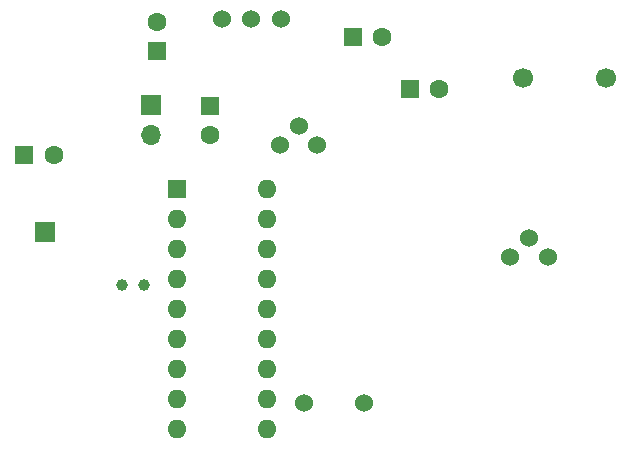
<source format=gbr>
%TF.GenerationSoftware,KiCad,Pcbnew,6.0.7+dfsg-1build1*%
%TF.CreationDate,2022-11-20T16:40:00+09:00*%
%TF.ProjectId,FM_Transciver,464d5f54-7261-46e7-9363-697665722e6b,rev?*%
%TF.SameCoordinates,Original*%
%TF.FileFunction,Soldermask,Bot*%
%TF.FilePolarity,Negative*%
%FSLAX46Y46*%
G04 Gerber Fmt 4.6, Leading zero omitted, Abs format (unit mm)*
G04 Created by KiCad (PCBNEW 6.0.7+dfsg-1build1) date 2022-11-20 16:40:00*
%MOMM*%
%LPD*%
G01*
G04 APERTURE LIST*
%ADD10C,1.524000*%
%ADD11R,1.600000X1.600000*%
%ADD12C,1.600000*%
%ADD13O,1.600000X1.600000*%
%ADD14C,1.700000*%
%ADD15R,1.700000X1.700000*%
%ADD16O,1.700000X1.700000*%
%ADD17C,1.000000*%
G04 APERTURE END LIST*
D10*
%TO.C,RV1*%
X73600000Y-42100000D03*
X72000000Y-40500000D03*
X70400000Y-42100000D03*
%TD*%
D11*
%TO.C,C27*%
X64500000Y-38794900D03*
D12*
X64500000Y-41294900D03*
%TD*%
D11*
%TO.C,U3*%
X61700000Y-45850000D03*
D13*
X61700000Y-48390000D03*
X61700000Y-50930000D03*
X61700000Y-53470000D03*
X61700000Y-56010000D03*
X61700000Y-58550000D03*
X61700000Y-61090000D03*
X61700000Y-63630000D03*
X61700000Y-66170000D03*
X69320000Y-66170000D03*
X69320000Y-63630000D03*
X69320000Y-61090000D03*
X69320000Y-58550000D03*
X69320000Y-56010000D03*
X69320000Y-53470000D03*
X69320000Y-50930000D03*
X69320000Y-48390000D03*
X69320000Y-45850000D03*
%TD*%
D14*
%TO.C,J1*%
X91000000Y-36450000D03*
X98000000Y-36450000D03*
%TD*%
D15*
%TO.C,BT1*%
X59525000Y-38750000D03*
D16*
X59525000Y-41290000D03*
%TD*%
D10*
%TO.C,SW1*%
X70500000Y-31500000D03*
X68000000Y-31500000D03*
X65500000Y-31500000D03*
%TD*%
D11*
%TO.C,C31*%
X60000000Y-34205100D03*
D12*
X60000000Y-31705100D03*
%TD*%
D11*
%TO.C,MK1*%
X48794900Y-43000000D03*
D12*
X51294900Y-43000000D03*
%TD*%
D11*
%TO.C,C30*%
X81394900Y-37400000D03*
D12*
X83894900Y-37400000D03*
%TD*%
D11*
%TO.C,C28*%
X76594900Y-33000000D03*
D12*
X79094900Y-33000000D03*
%TD*%
D10*
%TO.C,RV2*%
X93100000Y-51600000D03*
X91500000Y-50000000D03*
X89900000Y-51600000D03*
%TD*%
%TO.C,C18*%
X72500000Y-64000000D03*
X77500000Y-64000000D03*
%TD*%
D17*
%TO.C,U1*%
X57050000Y-54000000D03*
X58950000Y-54000000D03*
%TD*%
D15*
%TO.C,AE1*%
X50500000Y-49500000D03*
%TD*%
M02*

</source>
